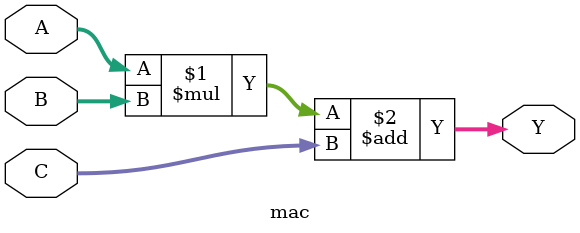
<source format=v>

module mac #(parameter WIDTH = 8) (
    input  wire signed [WIDTH-1:0] A, // Multiplicand
    input  wire signed [WIDTH-1:0] B, // Multiplier
    input  wire signed [2*WIDTH-1:0] C, // Accumulator input
    output wire signed [2*WIDTH-1:0] Y  // MAC output
);
    assign Y = (A * B) + C;
endmodule

</source>
